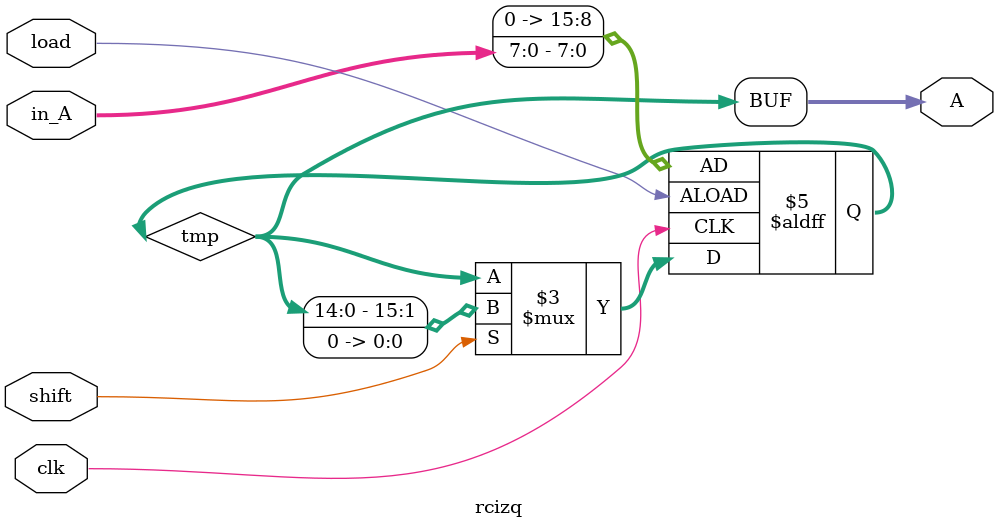
<source format=v>
module rcizq(in_A, clk, load, shift, A);
  input [7:0]in_A;
  input clk;
  input load;
  input shift;
  output [15:0]A;
  reg [15:0]tmp;

always @(posedge clk or posedge load)
  if (load)
    tmp={8'h00,in_A};     
  else 
   begin
     if (shift)
       tmp = {tmp[14:0],1'b0};
     else 
       tmp = tmp;
    end
 assign A = tmp;
endmodule       

</source>
